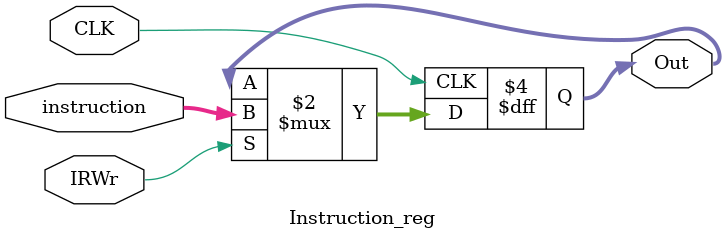
<source format=v>
`timescale 1ns / 1ps


module Instruction_reg(input [31:0]instruction, input IRWr,CLK,output reg [31:0]Out

    );

    always @(/*IRWr or instruction or negedge CLK*/ posedge CLK ) begin
            if(IRWr) begin
                Out<=instruction;
            end
            //$display(" now inst %d",Out);
    end

endmodule

</source>
